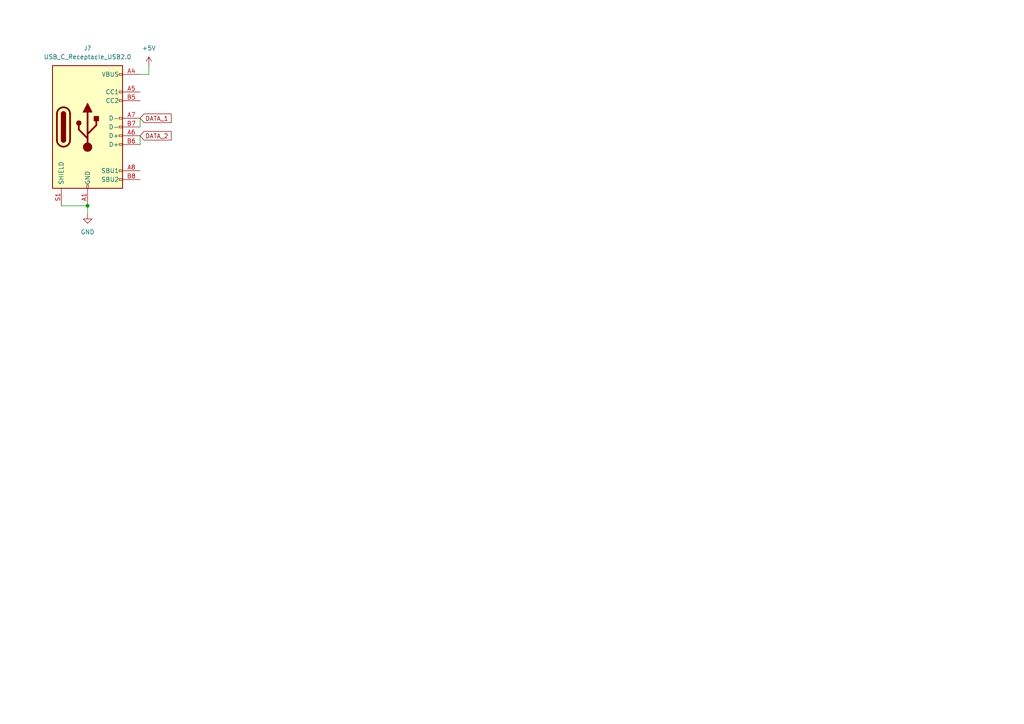
<source format=kicad_sch>
(kicad_sch (version 20211123) (generator eeschema)
  (paper "A4")
  (lib_symbols
    (symbol "Connector:USB_C_Receptacle_USB2.0" (pin_names (offset 1.016))
      (property "Reference" "J" (at -10.16 19.05 0))
      (property "Value" "USB_C_Receptacle_USB2.0" (at 19.05 19.05 0))
      (symbol "USB_C_Receptacle_USB2.0_0_0"
        (rectangle (start -0.254 -17.78) (end 0.254 -16.764))
        (rectangle (start 10.16 -14.986) (end 9.144 -15.494))
        (rectangle (start 10.16 -12.446) (end 9.144 -12.954))
        (rectangle (start 10.16 -4.826) (end 9.144 -5.334))
        (rectangle (start 10.16 -2.286) (end 9.144 -2.794))
        (rectangle (start 10.16 0.254) (end 9.144 -0.254))
        (rectangle (start 10.16 2.794) (end 9.144 2.286))
        (rectangle (start 10.16 7.874) (end 9.144 7.366))
        (rectangle (start 10.16 10.414) (end 9.144 9.906))
        (rectangle (start 10.16 15.494) (end 9.144 14.986))
      )
      (symbol "USB_C_Receptacle_USB2.0_0_1"
        (rectangle (start -10.16 17.78) (end 10.16 -17.78) (stroke (width 0.254)) (fill (type background)))
        (arc (start -8.89 -3.81) (mid -6.985 -5.715) (end -5.08 -3.81) (stroke (width 0.508)))
        (arc (start -7.62 -3.81) (mid -6.985 -4.445) (end -6.35 -3.81) (stroke (width 0.254)))
        (arc (start -7.62 -3.81) (mid -6.985 -4.445) (end -6.35 -3.81) (stroke (width 0.254)) (fill (type outline)))
        (rectangle (start -7.62 -3.81) (end -6.35 3.81) (stroke (width 0.254)) (fill (type outline)))
        (arc (start -6.35 3.81) (mid -6.985 4.445) (end -7.62 3.81) (stroke (width 0.254)))
        (arc (start -6.35 3.81) (mid -6.985 4.445) (end -7.62 3.81) (stroke (width 0.254)) (fill (type outline)))
        (arc (start -5.08 3.81) (mid -6.985 5.715) (end -8.89 3.81) (stroke (width 0.508)))
        (circle (center -2.54 1.143) (radius 0.635) (stroke (width 0.254)) (fill (type outline)))
        (circle (center 0 -5.842) (radius 1.27) (fill (type outline)))
        (polyline (pts (xy -8.89 -3.81) (xy -8.89 3.81)) (stroke (width 0.508)))
        (polyline (pts (xy -5.08 3.81) (xy -5.08 -3.81)) (stroke (width 0.508)))
        (polyline (pts (xy 0 -5.842) (xy 0 4.318)) (stroke (width 0.508)))
        (polyline (pts (xy 0 -3.302) (xy -2.54 -0.762) (xy -2.54 0.508)) (stroke (width 0.508)))
        (polyline (pts (xy 0 -2.032) (xy 2.54 0.508) (xy 2.54 1.778)) (stroke (width 0.508)))
        (polyline (pts (xy -1.27 4.318) (xy 0 6.858) (xy 1.27 4.318) (xy -1.27 4.318)) (stroke (width 0.254)) (fill (type outline)))
        (rectangle (start 1.905 1.778) (end 3.175 3.048) (stroke (width 0.254)) (fill (type outline)))
      )
      (symbol "USB_C_Receptacle_USB2.0_1_1"
        (pin passive line (at 0 -22.86 90) (length 5.08) (name "GND") (number "A1"))
        (pin passive line (at 0 -22.86 90) (length 5.08) hide (name "GND") (number "A12"))
        (pin passive line (at 15.24 15.24 180) (length 5.08) (name "VBUS") (number "A4"))
        (pin bidirectional line (at 15.24 10.16 180) (length 5.08) (name "CC1") (number "A5"))
        (pin bidirectional line (at 15.24 -2.54 180) (length 5.08) (name "D+") (number "A6"))
        (pin bidirectional line (at 15.24 2.54 180) (length 5.08) (name "D-") (number "A7"))
        (pin bidirectional line (at 15.24 -12.7 180) (length 5.08) (name "SBU1") (number "A8"))
        (pin passive line (at 15.24 15.24 180) (length 5.08) hide (name "VBUS") (number "A9"))
        (pin passive line (at 0 -22.86 90) (length 5.08) hide (name "GND") (number "B1"))
        (pin passive line (at 0 -22.86 90) (length 5.08) hide (name "GND") (number "B12"))
        (pin passive line (at 15.24 15.24 180) (length 5.08) hide (name "VBUS") (number "B4"))
        (pin bidirectional line (at 15.24 7.62 180) (length 5.08) (name "CC2") (number "B5"))
        (pin bidirectional line (at 15.24 -5.08 180) (length 5.08) (name "D+") (number "B6"))
        (pin bidirectional line (at 15.24 0 180) (length 5.08) (name "D-") (number "B7"))
        (pin bidirectional line (at 15.24 -15.24 180) (length 5.08) (name "SBU2") (number "B8"))
        (pin passive line (at 15.24 15.24 180) (length 5.08) hide (name "VBUS") (number "B9"))
        (pin passive line (at -7.62 -22.86 90) (length 5.08) (name "SHIELD") (number "S1"))
      )
    )
    (symbol "power:+5V" (power) (pin_names (offset 0))
      (property "Value" "+5V" (at 0 3.556 0))
      (symbol "+5V_0_1"
        (polyline (pts (xy -0.762 1.27) (xy 0 2.54)))
        (polyline (pts (xy 0 0) (xy 0 2.54)))
        (polyline (pts (xy 0 2.54) (xy 0.762 1.27)))
      )
      (symbol "+5V_1_1"
        (pin power_in line (at 0 0 90) (length 0) hide (name "+5V") (number "1"))
      )
    )
    (symbol "power:GND" (power) (pin_names (offset 0))
      (property "Value" "GND" (at 0 -3.81 0))
      (symbol "GND_0_1"
        (polyline (pts (xy 0 0) (xy 0 -1.27) (xy 1.27 -1.27) (xy 0 -2.54) (xy -1.27 -1.27) (xy 0 -1.27)))
      )
      (symbol "GND_1_1"
        (pin power_in line (at 0 0 270) (length 0) hide (name "GND") (number "1"))
      )
    )
  )
  (junction (at 25.4 59.69))
  (wire (pts (xy 40.64 34.29) (xy 40.64 36.83)))
  (wire (pts (xy 43.18 19.05) (xy 43.18 21.59)))
  (wire (pts (xy 40.64 21.59) (xy 43.18 21.59)))
  (wire (pts (xy 25.4 62.23) (xy 25.4 59.69)))
  (wire (pts (xy 17.78 59.69) (xy 25.4 59.69)))
  (wire (pts (xy 40.64 39.37) (xy 40.64 41.91)))
  (global_label "DATA_1" (shape input) (at 40.64 34.29 0) (property "Intersheet References" "${INTERSHEET_REFS}" (at 49.645 34.2106 0) (effects (justify left))))
  (global_label "DATA_2" (shape input) (at 40.64 39.37 0) (property "Intersheet References" "${INTERSHEET_REFS}" (at 49.645 39.2906 0) (effects (justify left))))
  (symbol (lib_id "Connector:USB_C_Receptacle_USB2.0") (at 25.4 36.83 0) (unit 1)
    (property "Reference" "J?" (at 25.4 13.97 0))
    (property "Value" "USB_C_Receptacle_USB2.0" (at 25.4 16.51 0))
    (property "Datasheet" "https://www.usb.org/sites/default/files/documents/usb_type-c.zip" (effects hide))
  )
  (symbol (lib_id "power:GND") (at 25.4 62.23 0) (unit 1)
    (property "Reference" "#PWR?" (effects hide))
    (property "Value" "GND" (at 25.4 67.31 0))
  )
  (symbol (lib_id "power:+5V") (at 43.18 19.05 0) (unit 1)
    (property "Reference" "#PWR?" (effects hide))
    (property "Value" "+5V" (at 43.18 13.97 0))
  )
)
</source>
